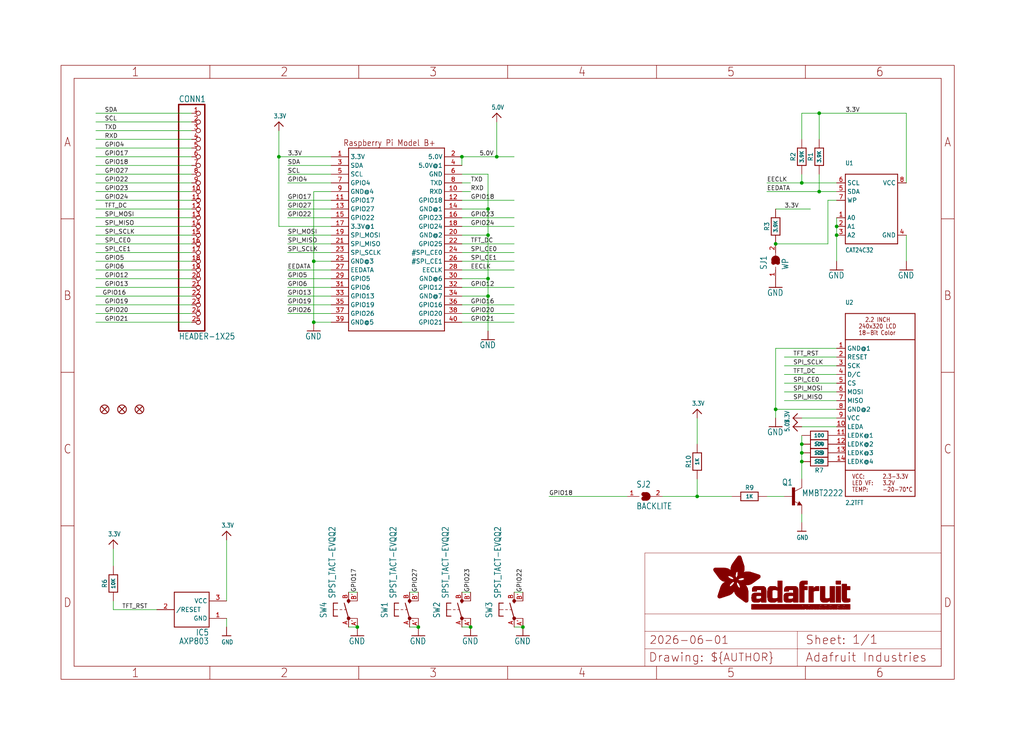
<source format=kicad_sch>
(kicad_sch (version 20230121) (generator eeschema)
  (paper "User" 298.45 217.322)
  (lib_symbols
    (symbol "working-eagle-import:-NPN-SOT23-BEC"
      (property "Reference" "T" (at -10.16 7.62 0))
      (symbol "-NPN-SOT23-BEC_1_0"
        (pin passive line (at -2.54 0 0) (length 2.54) (name "B") (number "B"))
        (pin passive line (at 2.54 5.08 270) (length 2.54) (name "C") (number "C"))
        (pin passive line (at 2.54 -5.08 90) (length 2.54) (name "E") (number "E"))
      )
    )
    (symbol "working-eagle-import:3.3V" (power)
      (property "Value" "3.3V" (at -1.524 1.016 0))
      (symbol "3.3V_1_0"
        (pin power_in line (at 0 -2.54 90) (length 2.54) (name "3.3V") (number "1"))
      )
    )
    (symbol "working-eagle-import:5.0V" (power)
      (property "Value" "5.0V" (at -1.524 1.016 0))
      (symbol "5.0V_1_0"
        (pin power_in line (at 0 -2.54 90) (length 2.54) (name "5.0V") (number "1"))
      )
    )
    (symbol "working-eagle-import:AXP083-SAG"
      (property "Reference" "IC" (at -5.08 -7.62 0))
      (symbol "AXP083-SAG_1_0"
        (pin power_in line (at -10.16 -2.54 0) (length 5.08) (name "GND") (number "1"))
        (pin output line (at 10.16 0 180) (length 5.08) (name "/RESET") (number "2"))
        (pin power_in line (at -10.16 2.54 0) (length 5.08) (name "VCC") (number "3"))
      )
    )
    (symbol "working-eagle-import:DISP_LCD_TM022HDH26"
      (property "Reference" "U" (at -10.16 30.48 0))
      (symbol "DISP_LCD_TM022HDH26_1_0"
        (text "-20-70°C" (at 0.635 -24.13 0) (effects (font (size 1.27 1.0795)) (justify left bottom)))
        (text "18-Bit Color" (at -6.35 21.59 0) (effects (font (size 1.27 1.0795)) (justify left bottom)))
        (text "2.2 INCH" (at -4.445 25.4 0) (effects (font (size 1.27 1.0795)) (justify left bottom)))
        (text "2.3-3.3V" (at 0.635 -20.32 0) (effects (font (size 1.27 1.0795)) (justify left bottom)))
        (text "240x320 LCD" (at -6.35 23.495 0) (effects (font (size 1.27 1.0795)) (justify left bottom)))
        (text "3.2V" (at 0.635 -22.225 0) (effects (font (size 1.27 1.0795)) (justify left bottom)))
        (text "LED VF:" (at -8.255 -22.225 0) (effects (font (size 1.27 1.0795)) (justify left bottom)))
        (text "TEMP:" (at -8.255 -24.13 0) (effects (font (size 1.27 1.0795)) (justify left bottom)))
        (text "VCC:" (at -8.255 -20.32 0) (effects (font (size 1.27 1.0795)) (justify left bottom)))
        (pin power_in line (at -12.7 17.78 0) (length 2.54) (name "GND@1") (number "1"))
        (pin power_in line (at -12.7 -5.08 0) (length 2.54) (name "LEDA") (number "10"))
        (pin power_in line (at -12.7 -7.62 0) (length 2.54) (name "LEDK@1") (number "11"))
        (pin power_in line (at -12.7 -10.16 0) (length 2.54) (name "LEDK@2") (number "12"))
        (pin power_in line (at -12.7 -12.7 0) (length 2.54) (name "LEDK@3") (number "13"))
        (pin power_in line (at -12.7 -15.24 0) (length 2.54) (name "LEDK@4") (number "14"))
        (pin input line (at -12.7 15.24 0) (length 2.54) (name "RESET") (number "2"))
        (pin input line (at -12.7 12.7 0) (length 2.54) (name "SCK") (number "3"))
        (pin input line (at -12.7 10.16 0) (length 2.54) (name "D/C") (number "4"))
        (pin input line (at -12.7 7.62 0) (length 2.54) (name "CS") (number "5"))
        (pin input line (at -12.7 5.08 0) (length 2.54) (name "MOSI") (number "6"))
        (pin output line (at -12.7 2.54 0) (length 2.54) (name "MISO") (number "7"))
        (pin power_in line (at -12.7 0 0) (length 2.54) (name "GND@2") (number "8"))
        (pin power_in line (at -12.7 -2.54 0) (length 2.54) (name "VCC") (number "9"))
      )
    )
    (symbol "working-eagle-import:EEPROM_I2C_SOIC8_GENERIC"
      (property "Reference" "U" (at -7.62 12.7 0))
      (symbol "EEPROM_I2C_SOIC8_GENERIC_1_0"
        (pin input line (at -10.16 -2.54 0) (length 2.54) (name "A0") (number "1"))
        (pin input line (at -10.16 -5.08 0) (length 2.54) (name "A1") (number "2"))
        (pin input line (at -10.16 -7.62 0) (length 2.54) (name "A2") (number "3"))
        (pin power_in line (at 10.16 -7.62 180) (length 2.54) (name "GND") (number "4"))
        (pin bidirectional line (at -10.16 5.08 0) (length 2.54) (name "SDA") (number "5"))
        (pin input line (at -10.16 7.62 0) (length 2.54) (name "SCL") (number "6"))
        (pin input line (at -10.16 2.54 0) (length 2.54) (name "WP") (number "7"))
        (pin power_in line (at 10.16 7.62 180) (length 2.54) (name "VCC") (number "8"))
      )
    )
    (symbol "working-eagle-import:FIDUCIAL{dblquote}{dblquote}")
    (symbol "working-eagle-import:FRAME_A4_ADAFRUIT"
      (symbol "FRAME_A4_ADAFRUIT_1_0"
        (text "${#}/${##}" (at 230.505 10.16 0) (effects (font (size 2.54 2.54)) (justify left bottom)))
        (text "${AUTHOR}" (at 189.23 5.08 0) (effects (font (size 2.286 2.286)) (justify left bottom)))
        (text "${CURRENT_DATE}" (at 171.45 10.16 0) (effects (font (size 2.286 2.286)) (justify left bottom)))
        (text "${PROJECTNAME}" (at 171.45 15.24 0) (effects (font (size 2.54 2.54)) (justify left bottom)))
        (text "1" (at 21.6958 1.905 0) (effects (font (size 2.54 2.286))))
        (text "1" (at 21.6958 177.165 0) (effects (font (size 2.54 2.286))))
        (text "2" (at 65.0875 1.905 0) (effects (font (size 2.54 2.286))))
        (text "2" (at 65.0875 177.165 0) (effects (font (size 2.54 2.286))))
        (text "3" (at 108.4792 1.905 0) (effects (font (size 2.54 2.286))))
        (text "3" (at 108.4792 177.165 0) (effects (font (size 2.54 2.286))))
        (text "4" (at 151.8708 1.905 0) (effects (font (size 2.54 2.286))))
        (text "4" (at 151.8708 177.165 0) (effects (font (size 2.54 2.286))))
        (text "5" (at 195.2625 1.905 0) (effects (font (size 2.54 2.286))))
        (text "5" (at 195.2625 177.165 0) (effects (font (size 2.54 2.286))))
        (text "6" (at 238.6542 1.905 0) (effects (font (size 2.54 2.286))))
        (text "6" (at 238.6542 177.165 0) (effects (font (size 2.54 2.286))))
        (text "A" (at 1.905 156.6863 0) (effects (font (size 2.54 2.286))))
        (text "A" (at 258.445 156.6863 0) (effects (font (size 2.54 2.286))))
        (text "Adafruit Industries" (at 216.916 4.953 0) (effects (font (size 2.54 2.54)) (justify left bottom)))
        (text "B" (at 1.905 111.9188 0) (effects (font (size 2.54 2.286))))
        (text "B" (at 258.445 111.9188 0) (effects (font (size 2.54 2.286))))
        (text "C" (at 1.905 67.1513 0) (effects (font (size 2.54 2.286))))
        (text "C" (at 258.445 67.1513 0) (effects (font (size 2.54 2.286))))
        (text "D" (at 1.905 22.3838 0) (effects (font (size 2.54 2.286))))
        (text "D" (at 258.445 22.3838 0) (effects (font (size 2.54 2.286))))
        (text "Drawing:" (at 171.196 4.953 0) (effects (font (size 2.54 2.54)) (justify left bottom)))
        (text "Sheet:" (at 216.916 10.033 0) (effects (font (size 2.54 2.54)) (justify left bottom)))
      )
    )
    (symbol "working-eagle-import:GND" (power)
      (property "Value" "GND" (at -1.524 -2.54 0))
      (symbol "GND_1_0"
        (pin power_in line (at 0 2.54 270) (length 2.54) (name "GND") (number "1"))
      )
    )
    (symbol "working-eagle-import:HEADER-1X25"
      (property "Reference" "CONN" (at -3.81 33.655 0))
      (symbol "HEADER-1X25_1_0"
        (pin passive inverted (at 0 30.48 0) (length 2.54) (name "1") (number "1"))
        (pin passive inverted (at 0 7.62 0) (length 2.54) (name "10") (number "10"))
        (pin passive inverted (at 0 5.08 0) (length 2.54) (name "11") (number "11"))
        (pin passive inverted (at 0 2.54 0) (length 2.54) (name "12") (number "12"))
        (pin passive inverted (at 0 0 0) (length 2.54) (name "13") (number "13"))
        (pin passive inverted (at 0 -2.54 0) (length 2.54) (name "14") (number "14"))
        (pin passive inverted (at 0 -5.08 0) (length 2.54) (name "15") (number "15"))
        (pin passive inverted (at 0 -7.62 0) (length 2.54) (name "16") (number "16"))
        (pin passive inverted (at 0 -10.16 0) (length 2.54) (name "17") (number "17"))
        (pin passive inverted (at 0 -12.7 0) (length 2.54) (name "18") (number "18"))
        (pin passive inverted (at 0 -15.24 0) (length 2.54) (name "19") (number "19"))
        (pin passive inverted (at 0 27.94 0) (length 2.54) (name "2") (number "2"))
        (pin passive inverted (at 0 -17.78 0) (length 2.54) (name "20") (number "20"))
        (pin passive inverted (at 0 -20.32 0) (length 2.54) (name "21") (number "21"))
        (pin passive inverted (at 0 -22.86 0) (length 2.54) (name "22") (number "22"))
        (pin passive inverted (at 0 -25.4 0) (length 2.54) (name "23") (number "23"))
        (pin passive inverted (at 0 -27.94 0) (length 2.54) (name "24") (number "24"))
        (pin passive inverted (at 0 -30.48 0) (length 2.54) (name "25") (number "25"))
        (pin passive inverted (at 0 25.4 0) (length 2.54) (name "3") (number "3"))
        (pin passive inverted (at 0 22.86 0) (length 2.54) (name "4") (number "4"))
        (pin passive inverted (at 0 20.32 0) (length 2.54) (name "5") (number "5"))
        (pin passive inverted (at 0 17.78 0) (length 2.54) (name "6") (number "6"))
        (pin passive inverted (at 0 15.24 0) (length 2.54) (name "7") (number "7"))
        (pin passive inverted (at 0 12.7 0) (length 2.54) (name "8") (number "8"))
        (pin passive inverted (at 0 10.16 0) (length 2.54) (name "9") (number "9"))
      )
    )
    (symbol "working-eagle-import:RASPBERRYPI_BPLUS_HATNOSLOTS"
      (symbol "RASPBERRYPI_BPLUS_HATNOSLOTS_1_0"
        (text "Raspberry Pi Model B+" (at 12.7 25.4 0) (effects (font (size 1.778 1.5113)) (justify right top)))
        (pin power_in line (at -17.78 20.32 0) (length 5.08) (name "3.3V") (number "1"))
        (pin bidirectional line (at 20.32 10.16 180) (length 5.08) (name "RXD") (number "10"))
        (pin bidirectional line (at -17.78 7.62 0) (length 5.08) (name "GPIO17") (number "11"))
        (pin bidirectional line (at 20.32 7.62 180) (length 5.08) (name "GPIO18") (number "12"))
        (pin bidirectional line (at -17.78 5.08 0) (length 5.08) (name "GPIO27") (number "13"))
        (pin power_in line (at 20.32 5.08 180) (length 5.08) (name "GND@1") (number "14"))
        (pin bidirectional line (at -17.78 2.54 0) (length 5.08) (name "GPIO22") (number "15"))
        (pin bidirectional line (at 20.32 2.54 180) (length 5.08) (name "GPIO23") (number "16"))
        (pin power_in line (at -17.78 0 0) (length 5.08) (name "3.3V@1") (number "17"))
        (pin bidirectional line (at 20.32 0 180) (length 5.08) (name "GPIO24") (number "18"))
        (pin bidirectional line (at -17.78 -2.54 0) (length 5.08) (name "SPI_MOSI") (number "19"))
        (pin power_in line (at 20.32 20.32 180) (length 5.08) (name "5.0V") (number "2"))
        (pin power_in line (at 20.32 -2.54 180) (length 5.08) (name "GND@2") (number "20"))
        (pin bidirectional line (at -17.78 -5.08 0) (length 5.08) (name "SPI_MISO") (number "21"))
        (pin bidirectional line (at 20.32 -5.08 180) (length 5.08) (name "GPIO25") (number "22"))
        (pin bidirectional line (at -17.78 -7.62 0) (length 5.08) (name "SPI_SCLK") (number "23"))
        (pin bidirectional line (at 20.32 -7.62 180) (length 5.08) (name "#SPI_CE0") (number "24"))
        (pin power_in line (at -17.78 -10.16 0) (length 5.08) (name "GND@3") (number "25"))
        (pin bidirectional line (at 20.32 -10.16 180) (length 5.08) (name "#SPI_CE1") (number "26"))
        (pin bidirectional line (at -17.78 -12.7 0) (length 5.08) (name "EEDATA") (number "27"))
        (pin power_in line (at 20.32 -12.7 180) (length 5.08) (name "EECLK") (number "28"))
        (pin bidirectional line (at -17.78 -15.24 0) (length 5.08) (name "GPIO5") (number "29"))
        (pin bidirectional line (at -17.78 17.78 0) (length 5.08) (name "SDA") (number "3"))
        (pin bidirectional line (at 20.32 -15.24 180) (length 5.08) (name "GND@6") (number "30"))
        (pin power_in line (at -17.78 -17.78 0) (length 5.08) (name "GPIO6") (number "31"))
        (pin bidirectional line (at 20.32 -17.78 180) (length 5.08) (name "GPIO12") (number "32"))
        (pin bidirectional line (at -17.78 -20.32 0) (length 5.08) (name "GPIO13") (number "33"))
        (pin bidirectional line (at 20.32 -20.32 180) (length 5.08) (name "GND@7") (number "34"))
        (pin bidirectional line (at -17.78 -22.86 0) (length 5.08) (name "GPIO19") (number "35"))
        (pin power_in line (at 20.32 -22.86 180) (length 5.08) (name "GPIO16") (number "36"))
        (pin bidirectional line (at -17.78 -25.4 0) (length 5.08) (name "GPIO26") (number "37"))
        (pin bidirectional line (at 20.32 -25.4 180) (length 5.08) (name "GPIO20") (number "38"))
        (pin power_in line (at -17.78 -27.94 0) (length 5.08) (name "GND@5") (number "39"))
        (pin power_in line (at 20.32 17.78 180) (length 5.08) (name "5.0V@1") (number "4"))
        (pin bidirectional line (at 20.32 -27.94 180) (length 5.08) (name "GPIO21") (number "40"))
        (pin bidirectional line (at -17.78 15.24 0) (length 5.08) (name "SCL") (number "5"))
        (pin power_in line (at 20.32 15.24 180) (length 5.08) (name "GND") (number "6"))
        (pin bidirectional line (at -17.78 12.7 0) (length 5.08) (name "GPIO4") (number "7"))
        (pin output line (at 20.32 12.7 180) (length 5.08) (name "TXD") (number "8"))
        (pin power_in line (at -17.78 10.16 0) (length 5.08) (name "GND@4") (number "9"))
      )
    )
    (symbol "working-eagle-import:RESISTOR0805_NOOUTLINE"
      (property "Reference" "R" (at 0 2.54 0))
      (symbol "RESISTOR0805_NOOUTLINE_1_0"
        (pin passive line (at -5.08 0 0) (length 2.54) (name "1") (number "1"))
        (pin passive line (at 5.08 0 180) (length 2.54) (name "2") (number "2"))
      )
    )
    (symbol "working-eagle-import:SOLDERJUMPERCLOSED"
      (property "Reference" "SJ" (at -2.54 2.54 0))
      (symbol "SOLDERJUMPERCLOSED_1_0"
        (pin passive line (at -5.08 0 0) (length 2.54) (name "1") (number "1"))
        (pin passive line (at 5.08 0 180) (length 2.54) (name "2") (number "2"))
      )
    )
    (symbol "working-eagle-import:SOLDERJUMPER_CLOSED"
      (property "Reference" "SJ" (at -2.54 2.54 0))
      (symbol "SOLDERJUMPER_CLOSED_1_0"
        (pin passive line (at -5.08 0 0) (length 2.54) (name "1") (number "1"))
        (pin passive line (at 5.08 0 180) (length 2.54) (name "2") (number "2"))
      )
    )
    (symbol "working-eagle-import:SPST_TACT-EVQQ2"
      (property "Reference" "SW" (at -6.35 -2.54 90))
      (symbol "SPST_TACT-EVQQ2_1_0"
        (pin passive line (at 0 -5.08 90) (length 2.54) (name "P") (number "A"))
        (pin passive line (at 2.54 -5.08 90) (length 2.54) (name "P1") (number "A'"))
        (pin passive line (at 0 5.08 270) (length 2.54) (name "S") (number "B"))
        (pin passive line (at 2.54 5.08 270) (length 2.54) (name "S1") (number "B'"))
      )
    )
    (symbol "working-eagle-import:supply1_GND" (power)
      (property "Value" "supply1_GND" (at -2.54 -2.54 0))
      (symbol "supply1_GND_1_0"
        (pin power_in line (at 0 2.54 270) (length 2.54) (name "GND") (number "1"))
      )
    )
  )
  (junction (at 142.24 86.36))
  (junction (at 121.92 182.88))
  (junction (at 142.24 68.58))
  (junction (at 81.28 45.72))
  (junction (at 144.78 45.72))
  (junction (at 104.14 182.88))
  (junction (at 152.4 182.88))
  (junction (at 203.2 144.78))
  (junction (at 238.76 55.88))
  (junction (at 233.68 132.08))
  (junction (at 233.68 53.34))
  (junction (at 91.44 93.98))
  (junction (at 233.68 129.54))
  (junction (at 142.24 81.28))
  (junction (at 233.68 134.62))
  (junction (at 226.06 71.12))
  (junction (at 243.84 68.58))
  (junction (at 238.76 33.02))
  (junction (at 142.24 60.96))
  (junction (at 134.62 45.72))
  (junction (at 137.16 182.88))
  (junction (at 243.84 66.04))
  (junction (at 91.44 76.2))
  (junction (at 226.06 119.38))
  (wire (pts (xy 27.94 93.98) (xy 55.88 93.98)) (stroke (width 0.1524)))
  (wire (pts (xy 96.52 63.5) (xy 83.82 63.5)) (stroke (width 0.1524)))
  (wire (pts (xy 134.62 73.66) (xy 149.86 73.66)) (stroke (width 0.1524)))
  (wire (pts (xy 91.44 76.2) (xy 91.44 55.88)) (stroke (width 0.1524)))
  (wire (pts (xy 83.82 68.58) (xy 96.52 68.58)) (stroke (width 0.1524)))
  (wire (pts (xy 134.62 83.82) (xy 149.86 83.82)) (stroke (width 0.1524)))
  (wire (pts (xy 243.84 101.6) (xy 226.06 101.6)) (stroke (width 0.1524)))
  (wire (pts (xy 142.24 50.8) (xy 142.24 60.96)) (stroke (width 0.1524)))
  (wire (pts (xy 66.04 175.26) (xy 66.04 157.48)) (stroke (width 0.1524)))
  (wire (pts (xy 228.6 116.84) (xy 243.84 116.84)) (stroke (width 0.1524)))
  (wire (pts (xy 223.52 55.88) (xy 238.76 55.88)) (stroke (width 0.1524)))
  (wire (pts (xy 27.94 63.5) (xy 55.88 63.5)) (stroke (width 0.1524)))
  (wire (pts (xy 233.68 127) (xy 233.68 129.54)) (stroke (width 0.1524)))
  (wire (pts (xy 134.62 60.96) (xy 142.24 60.96)) (stroke (width 0.1524)))
  (wire (pts (xy 134.62 48.26) (xy 134.62 45.72)) (stroke (width 0.1524)))
  (wire (pts (xy 243.84 68.58) (xy 243.84 76.2)) (stroke (width 0.1524)))
  (wire (pts (xy 45.72 177.8) (xy 33.02 177.8)) (stroke (width 0.1524)))
  (wire (pts (xy 134.62 53.34) (xy 137.16 53.34)) (stroke (width 0.1524)))
  (wire (pts (xy 134.62 68.58) (xy 142.24 68.58)) (stroke (width 0.1524)))
  (wire (pts (xy 33.02 165.1) (xy 33.02 160.02)) (stroke (width 0.1524)))
  (wire (pts (xy 137.16 55.88) (xy 134.62 55.88)) (stroke (width 0.1524)))
  (wire (pts (xy 243.84 119.38) (xy 226.06 119.38)) (stroke (width 0.1524)))
  (wire (pts (xy 134.62 71.12) (xy 149.86 71.12)) (stroke (width 0.1524)))
  (wire (pts (xy 83.82 91.44) (xy 96.52 91.44)) (stroke (width 0.1524)))
  (wire (pts (xy 55.88 71.12) (xy 27.94 71.12)) (stroke (width 0.1524)))
  (wire (pts (xy 243.84 111.76) (xy 228.6 111.76)) (stroke (width 0.1524)))
  (wire (pts (xy 228.6 104.14) (xy 243.84 104.14)) (stroke (width 0.1524)))
  (wire (pts (xy 264.16 68.58) (xy 264.16 76.2)) (stroke (width 0.1524)))
  (wire (pts (xy 134.62 88.9) (xy 149.86 88.9)) (stroke (width 0.1524)))
  (wire (pts (xy 55.88 43.18) (xy 27.94 43.18)) (stroke (width 0.1524)))
  (wire (pts (xy 134.62 78.74) (xy 149.86 78.74)) (stroke (width 0.1524)))
  (wire (pts (xy 226.06 101.6) (xy 226.06 119.38)) (stroke (width 0.1524)))
  (wire (pts (xy 55.88 81.28) (xy 27.94 81.28)) (stroke (width 0.1524)))
  (wire (pts (xy 104.14 182.88) (xy 101.6 182.88)) (stroke (width 0.1524)))
  (wire (pts (xy 83.82 73.66) (xy 96.52 73.66)) (stroke (width 0.1524)))
  (wire (pts (xy 134.62 182.88) (xy 137.16 182.88)) (stroke (width 0.1524)))
  (wire (pts (xy 264.16 53.34) (xy 264.16 33.02)) (stroke (width 0.1524)))
  (wire (pts (xy 96.52 53.34) (xy 83.82 53.34)) (stroke (width 0.1524)))
  (wire (pts (xy 134.62 58.42) (xy 149.86 58.42)) (stroke (width 0.1524)))
  (wire (pts (xy 241.3 71.12) (xy 241.3 58.42)) (stroke (width 0.1524)))
  (wire (pts (xy 203.2 144.78) (xy 213.36 144.78)) (stroke (width 0.1524)))
  (wire (pts (xy 233.68 33.02) (xy 233.68 40.64)) (stroke (width 0.1524)))
  (wire (pts (xy 134.62 63.5) (xy 149.86 63.5)) (stroke (width 0.1524)))
  (wire (pts (xy 55.88 60.96) (xy 27.94 60.96)) (stroke (width 0.1524)))
  (wire (pts (xy 27.94 78.74) (xy 55.88 78.74)) (stroke (width 0.1524)))
  (wire (pts (xy 96.52 78.74) (xy 83.82 78.74)) (stroke (width 0.1524)))
  (wire (pts (xy 134.62 86.36) (xy 142.24 86.36)) (stroke (width 0.1524)))
  (wire (pts (xy 142.24 81.28) (xy 142.24 86.36)) (stroke (width 0.1524)))
  (wire (pts (xy 27.94 45.72) (xy 55.88 45.72)) (stroke (width 0.1524)))
  (wire (pts (xy 134.62 50.8) (xy 142.24 50.8)) (stroke (width 0.1524)))
  (wire (pts (xy 81.28 66.04) (xy 81.28 45.72)) (stroke (width 0.1524)))
  (wire (pts (xy 55.88 55.88) (xy 27.94 55.88)) (stroke (width 0.1524)))
  (wire (pts (xy 203.2 139.7) (xy 203.2 144.78)) (stroke (width 0.1524)))
  (wire (pts (xy 27.94 88.9) (xy 55.88 88.9)) (stroke (width 0.1524)))
  (wire (pts (xy 243.84 66.04) (xy 243.84 68.58)) (stroke (width 0.1524)))
  (wire (pts (xy 223.52 144.78) (xy 228.6 144.78)) (stroke (width 0.1524)))
  (wire (pts (xy 152.4 182.88) (xy 149.86 182.88)) (stroke (width 0.1524)))
  (wire (pts (xy 243.84 63.5) (xy 243.84 66.04)) (stroke (width 0.1524)))
  (wire (pts (xy 233.68 129.54) (xy 233.68 132.08)) (stroke (width 0.1524)))
  (wire (pts (xy 238.76 50.8) (xy 238.76 55.88)) (stroke (width 0.1524)))
  (wire (pts (xy 66.04 180.34) (xy 66.04 182.88)) (stroke (width 0.1524)))
  (wire (pts (xy 233.68 134.62) (xy 233.68 139.7)) (stroke (width 0.1524)))
  (wire (pts (xy 134.62 81.28) (xy 142.24 81.28)) (stroke (width 0.1524)))
  (wire (pts (xy 91.44 76.2) (xy 91.44 93.98)) (stroke (width 0.1524)))
  (wire (pts (xy 27.94 73.66) (xy 55.88 73.66)) (stroke (width 0.1524)))
  (wire (pts (xy 33.02 177.8) (xy 33.02 175.26)) (stroke (width 0.1524)))
  (wire (pts (xy 233.68 124.46) (xy 243.84 124.46)) (stroke (width 0.1524)))
  (wire (pts (xy 264.16 33.02) (xy 238.76 33.02)) (stroke (width 0.1524)))
  (wire (pts (xy 55.88 91.44) (xy 27.94 91.44)) (stroke (width 0.1524)))
  (wire (pts (xy 91.44 55.88) (xy 96.52 55.88)) (stroke (width 0.1524)))
  (wire (pts (xy 27.94 40.64) (xy 55.88 40.64)) (stroke (width 0.1524)))
  (wire (pts (xy 193.04 144.78) (xy 203.2 144.78)) (stroke (width 0.1524)))
  (wire (pts (xy 226.06 71.12) (xy 241.3 71.12)) (stroke (width 0.1524)))
  (wire (pts (xy 83.82 88.9) (xy 96.52 88.9)) (stroke (width 0.1524)))
  (wire (pts (xy 134.62 93.98) (xy 149.86 93.98)) (stroke (width 0.1524)))
  (wire (pts (xy 81.28 45.72) (xy 81.28 38.1)) (stroke (width 0.1524)))
  (wire (pts (xy 27.94 35.56) (xy 55.88 35.56)) (stroke (width 0.1524)))
  (wire (pts (xy 96.52 48.26) (xy 83.82 48.26)) (stroke (width 0.1524)))
  (wire (pts (xy 149.86 172.72) (xy 152.4 172.72)) (stroke (width 0.1524)))
  (wire (pts (xy 134.62 76.2) (xy 149.86 76.2)) (stroke (width 0.1524)))
  (wire (pts (xy 134.62 45.72) (xy 144.78 45.72)) (stroke (width 0.1524)))
  (wire (pts (xy 96.52 45.72) (xy 81.28 45.72)) (stroke (width 0.1524)))
  (wire (pts (xy 243.84 106.68) (xy 228.6 106.68)) (stroke (width 0.1524)))
  (wire (pts (xy 233.68 53.34) (xy 223.52 53.34)) (stroke (width 0.1524)))
  (wire (pts (xy 55.88 86.36) (xy 27.94 86.36)) (stroke (width 0.1524)))
  (wire (pts (xy 238.76 40.64) (xy 238.76 33.02)) (stroke (width 0.1524)))
  (wire (pts (xy 134.62 91.44) (xy 149.86 91.44)) (stroke (width 0.1524)))
  (wire (pts (xy 241.3 58.42) (xy 243.84 58.42)) (stroke (width 0.1524)))
  (wire (pts (xy 119.38 172.72) (xy 121.92 172.72)) (stroke (width 0.1524)))
  (wire (pts (xy 134.62 172.72) (xy 137.16 172.72)) (stroke (width 0.1524)))
  (wire (pts (xy 142.24 86.36) (xy 142.24 96.52)) (stroke (width 0.1524)))
  (wire (pts (xy 27.94 58.42) (xy 55.88 58.42)) (stroke (width 0.1524)))
  (wire (pts (xy 243.84 114.3) (xy 228.6 114.3)) (stroke (width 0.1524)))
  (wire (pts (xy 121.92 182.88) (xy 119.38 182.88)) (stroke (width 0.1524)))
  (wire (pts (xy 203.2 121.92) (xy 203.2 129.54)) (stroke (width 0.1524)))
  (wire (pts (xy 101.6 172.72) (xy 104.14 172.72)) (stroke (width 0.1524)))
  (wire (pts (xy 226.06 60.96) (xy 236.22 60.96)) (stroke (width 0.1524)))
  (wire (pts (xy 27.94 83.82) (xy 55.88 83.82)) (stroke (width 0.1524)))
  (wire (pts (xy 91.44 76.2) (xy 96.52 76.2)) (stroke (width 0.1524)))
  (wire (pts (xy 233.68 132.08) (xy 233.68 134.62)) (stroke (width 0.1524)))
  (wire (pts (xy 83.82 60.96) (xy 96.52 60.96)) (stroke (width 0.1524)))
  (wire (pts (xy 233.68 50.8) (xy 233.68 53.34)) (stroke (width 0.1524)))
  (wire (pts (xy 142.24 68.58) (xy 142.24 81.28)) (stroke (width 0.1524)))
  (wire (pts (xy 182.88 144.78) (xy 160.02 144.78)) (stroke (width 0.1524)))
  (wire (pts (xy 226.06 119.38) (xy 226.06 121.92)) (stroke (width 0.1524)))
  (wire (pts (xy 134.62 66.04) (xy 149.86 66.04)) (stroke (width 0.1524)))
  (wire (pts (xy 233.68 121.92) (xy 243.84 121.92)) (stroke (width 0.1524)))
  (wire (pts (xy 96.52 93.98) (xy 91.44 93.98)) (stroke (width 0.1524)))
  (wire (pts (xy 83.82 71.12) (xy 96.52 71.12)) (stroke (width 0.1524)))
  (wire (pts (xy 233.68 149.86) (xy 233.68 152.4)) (stroke (width 0.1524)))
  (wire (pts (xy 55.88 50.8) (xy 27.94 50.8)) (stroke (width 0.1524)))
  (wire (pts (xy 238.76 55.88) (xy 243.84 55.88)) (stroke (width 0.1524)))
  (wire (pts (xy 96.52 58.42) (xy 83.82 58.42)) (stroke (width 0.1524)))
  (wire (pts (xy 27.94 68.58) (xy 55.88 68.58)) (stroke (width 0.1524)))
  (wire (pts (xy 55.88 33.02) (xy 27.94 33.02)) (stroke (width 0.1524)))
  (wire (pts (xy 55.88 66.04) (xy 27.94 66.04)) (stroke (width 0.1524)))
  (wire (pts (xy 83.82 86.36) (xy 96.52 86.36)) (stroke (width 0.1524)))
  (wire (pts (xy 83.82 83.82) (xy 96.52 83.82)) (stroke (width 0.1524)))
  (wire (pts (xy 228.6 109.22) (xy 243.84 109.22)) (stroke (width 0.1524)))
  (wire (pts (xy 55.88 76.2) (xy 27.94 76.2)) (stroke (width 0.1524)))
  (wire (pts (xy 27.94 48.26) (xy 55.88 48.26)) (stroke (width 0.1524)))
  (wire (pts (xy 83.82 50.8) (xy 96.52 50.8)) (stroke (width 0.1524)))
  (wire (pts (xy 81.28 66.04) (xy 96.52 66.04)) (stroke (width 0.1524)))
  (wire (pts (xy 144.78 45.72) (xy 149.86 45.72)) (stroke (width 0.1524)))
  (wire (pts (xy 243.84 53.34) (xy 233.68 53.34)) (stroke (width 0.1524)))
  (wire (pts (xy 144.78 35.56) (xy 144.78 45.72)) (stroke (width 0.1524)))
  (wire (pts (xy 142.24 60.96) (xy 142.24 68.58)) (stroke (width 0.1524)))
  (wire (pts (xy 238.76 33.02) (xy 233.68 33.02)) (stroke (width 0.1524)))
  (wire (pts (xy 27.94 53.34) (xy 55.88 53.34)) (stroke (width 0.1524)))
  (wire (pts (xy 55.88 38.1) (xy 27.94 38.1)) (stroke (width 0.1524)))
  (wire (pts (xy 83.82 81.28) (xy 96.52 81.28)) (stroke (width 0.1524)))
  (label "EEDATA" (at 223.52 55.88 0) (effects (font (size 1.2446 1.2446))))
  (label "GPIO12" (at 30.48 81.28 0) (effects (font (size 1.2446 1.2446))))
  (label "GPIO27" (at 30.48 50.8 0) (effects (font (size 1.2446 1.2446))))
  (label "SDA" (at 30.48 33.02 0) (effects (font (size 1.2446 1.2446))))
  (label "GPIO12" (at 137.16 83.82 0) (effects (font (size 1.2446 1.2446))))
  (label "GPIO4" (at 83.82 53.34 0) (effects (font (size 1.2446 1.2446))))
  (label "EEDATA" (at 83.82 78.74 0) (effects (font (size 1.2446 1.2446))))
  (label "GPIO23" (at 30.48 55.88 0) (effects (font (size 1.2446 1.2446))))
  (label "SPI_CE1" (at 30.48 73.66 0) (effects (font (size 1.2446 1.2446))))
  (label "GPIO17" (at 83.82 58.42 0) (effects (font (size 1.2446 1.2446))))
  (label "SPI_SCLK" (at 83.82 73.66 0) (effects (font (size 1.2446 1.2446))))
  (label "SDA" (at 83.82 48.26 0) (effects (font (size 1.2446 1.2446))))
  (label "SPI_MISO" (at 231.14 116.84 0) (effects (font (size 1.2446 1.2446))))
  (label "SPI_MOSI" (at 83.82 68.58 0) (effects (font (size 1.2446 1.2446))))
  (label "SPI_MISO" (at 83.82 71.12 0) (effects (font (size 1.2446 1.2446))))
  (label "GPIO16" (at 137.16 88.9 0) (effects (font (size 1.2446 1.2446))))
  (label "TFT_DC" (at 30.48 60.96 0) (effects (font (size 1.2446 1.2446))))
  (label "GPIO27" (at 121.92 172.72 90) (effects (font (size 1.2446 1.2446))))
  (label "GPIO5" (at 83.82 81.28 0) (effects (font (size 1.2446 1.2446))))
  (label "GPIO27" (at 83.82 60.96 0) (effects (font (size 1.2446 1.2446))))
  (label "TXD" (at 30.48 38.1 0) (effects (font (size 1.2446 1.2446))))
  (label "TFT_RST" (at 35.56 177.8 0) (effects (font (size 1.2446 1.2446))))
  (label "GPIO21" (at 30.48 93.98 0) (effects (font (size 1.2446 1.2446))))
  (label "GPIO26" (at 83.82 91.44 0) (effects (font (size 1.2446 1.2446))))
  (label "GPIO16" (at 29.845 86.36 0) (effects (font (size 1.2446 1.2446))))
  (label "5.0V" (at 139.7 45.72 0) (effects (font (size 1.2446 1.2446))))
  (label "GPIO20" (at 30.48 91.44 0) (effects (font (size 1.2446 1.2446))))
  (label "GPIO24" (at 137.16 66.04 0) (effects (font (size 1.2446 1.2446))))
  (label "SPI_SCLK" (at 30.48 68.58 0) (effects (font (size 1.2446 1.2446))))
  (label "GPIO17" (at 30.48 45.72 0) (effects (font (size 1.2446 1.2446))))
  (label "SPI_CE0" (at 137.16 73.66 0) (effects (font (size 1.2446 1.2446))))
  (label "SCL" (at 83.82 50.8 0) (effects (font (size 1.2446 1.2446))))
  (label "GPIO20" (at 137.16 91.44 0) (effects (font (size 1.2446 1.2446))))
  (label "SCL" (at 30.48 35.56 0) (effects (font (size 1.2446 1.2446))))
  (label "3.3V" (at 83.82 45.72 0) (effects (font (size 1.2446 1.2446))))
  (label "GPIO6" (at 30.48 78.74 0) (effects (font (size 1.2446 1.2446))))
  (label "EECLK" (at 223.52 53.34 0) (effects (font (size 1.2446 1.2446))))
  (label "GPIO23" (at 137.16 172.72 90) (effects (font (size 1.2446 1.2446))))
  (label "GPIO19" (at 30.48 88.9 0) (effects (font (size 1.2446 1.2446))))
  (label "GPIO13" (at 83.82 86.36 0) (effects (font (size 1.2446 1.2446))))
  (label "GPIO5" (at 30.48 76.2 0) (effects (font (size 1.2446 1.2446))))
  (label "SPI_CE0" (at 30.48 71.12 0) (effects (font (size 1.2446 1.2446))))
  (label "GPIO17" (at 104.14 172.72 90) (effects (font (size 1.2446 1.2446))))
  (label "3.3V" (at 228.6 60.96 0) (effects (font (size 1.2446 1.2446))))
  (label "GPIO13" (at 30.48 83.82 0) (effects (font (size 1.2446 1.2446))))
  (label "GPIO18" (at 30.48 48.26 0) (effects (font (size 1.2446 1.2446))))
  (label "GPIO23" (at 137.16 63.5 0) (effects (font (size 1.2446 1.2446))))
  (label "GPIO4" (at 30.48 43.18 0) (effects (font (size 1.2446 1.2446))))
  (label "EECLK" (at 137.16 78.74 0) (effects (font (size 1.2446 1.2446))))
  (label "SPI_MOSI" (at 30.48 63.5 0) (effects (font (size 1.2446 1.2446))))
  (label "SPI_SCLK" (at 231.14 106.68 0) (effects (font (size 1.2446 1.2446))))
  (label "GPIO22" (at 83.82 63.5 0) (effects (font (size 1.2446 1.2446))))
  (label "SPI_CE0" (at 231.14 111.76 0) (effects (font (size 1.2446 1.2446))))
  (label "GPIO21" (at 137.16 93.98 0) (effects (font (size 1.2446 1.2446))))
  (label "RXD" (at 30.48 40.64 0) (effects (font (size 1.2446 1.2446))))
  (label "GPIO22" (at 152.4 172.72 90) (effects (font (size 1.2446 1.2446))))
  (label "SPI_CE1" (at 137.16 76.2 0) (effects (font (size 1.2446 1.2446))))
  (label "GPIO18" (at 137.16 58.42 0) (effects (font (size 1.2446 1.2446))))
  (label "GPIO22" (at 30.48 53.34 0) (effects (font (size 1.2446 1.2446))))
  (label "RXD" (at 137.16 55.88 0) (effects (font (size 1.2446 1.2446))))
  (label "GPIO6" (at 83.82 83.82 0) (effects (font (size 1.2446 1.2446))))
  (label "SPI_MOSI" (at 231.14 114.3 0) (effects (font (size 1.2446 1.2446))))
  (label "TFT_DC" (at 231.14 109.22 0) (effects (font (size 1.2446 1.2446))))
  (label "TFT_RST" (at 231.14 104.14 0) (effects (font (size 1.2446 1.2446))))
  (label "3.3V" (at 246.38 33.02 0) (effects (font (size 1.2446 1.2446))))
  (label "GPIO18" (at 160.02 144.78 0) (effects (font (size 1.2446 1.2446))))
  (label "GPIO24" (at 30.48 58.42 0) (effects (font (size 1.2446 1.2446))))
  (label "TXD" (at 137.16 53.34 0) (effects (font (size 1.2446 1.2446))))
  (label "SPI_MISO" (at 30.48 66.04 0) (effects (font (size 1.2446 1.2446))))
  (label "GPIO19" (at 83.82 88.9 0) (effects (font (size 1.2446 1.2446))))
  (label "TFT_DC" (at 137.16 71.12 0) (effects (font (size 1.2446 1.2446))))
  (symbol (lib_id "working-eagle-import:supply1_GND") (at 264.16 78.74 0) (unit 1)
    (property "Reference" "#GND4" (effects hide))
    (property "Value" "GND" (at 261.62 81.28 0) (effects (font (size 1.778 1.5113)) (justify left bottom)))
  )
  (symbol (lib_id "working-eagle-import:RESISTOR0805_NOOUTLINE") (at 238.76 132.08 180) (unit 1)
    (property "Reference" "R8" (at 238.76 134.62 0))
    (property "Value" "100" (at 238.76 132.08 0) (effects (font (size 1.016 1.016) bold)))
    (property "Footprint" "working:0805-NO" (effects hide))
  )
  (symbol (lib_id "working-eagle-import:RASPBERRYPI_BPLUS_HATNOSLOTS") (at 114.3 66.04 0) (unit 1)
    (property "Reference" "RPI1" (effects hide))
    (property "Value" "RASPBERRYPI_BPLUS_HATNOSLOTS" (effects hide))
    (property "Footprint" "working:PI_HAT_NOSLOTS" (effects hide))
  )
  (symbol (lib_id "working-eagle-import:HEADER-1X25") (at 55.88 63.5 0) (unit 1)
    (property "Reference" "CONN1" (at 52.07 29.845 0) (effects (font (size 1.778 1.5113)) (justify left bottom)))
    (property "Value" "HEADER-1X25" (at 52.07 99.06 0) (effects (font (size 1.778 1.5113)) (justify left bottom)))
    (property "Footprint" "working:1X25_ROUND_70MIL" (effects hide))
  )
  (symbol (lib_id "working-eagle-import:RESISTOR0805_NOOUTLINE") (at 238.76 45.72 90) (unit 1)
    (property "Reference" "R1" (at 236.22 45.72 0))
    (property "Value" "3.9K" (at 238.76 45.72 0) (effects (font (size 1.016 1.016) bold)))
    (property "Footprint" "working:0805-NO" (effects hide))
  )
  (symbol (lib_id "working-eagle-import:5.0V") (at 144.78 33.02 0) (unit 1)
    (property "Reference" "#U$8" (effects hide))
    (property "Value" "5.0V" (at 143.256 32.004 0) (effects (font (size 1.27 1.0795)) (justify left bottom)))
  )
  (symbol (lib_id "working-eagle-import:GND") (at 233.68 154.94 0) (unit 1)
    (property "Reference" "#U$10" (effects hide))
    (property "Value" "GND" (at 232.156 157.48 0) (effects (font (size 1.27 1.0795)) (justify left bottom)))
  )
  (symbol (lib_id "working-eagle-import:RESISTOR0805_NOOUTLINE") (at 238.76 127 180) (unit 1)
    (property "Reference" "R4" (at 238.76 129.54 0))
    (property "Value" "100" (at 238.76 127 0) (effects (font (size 1.016 1.016) bold)))
    (property "Footprint" "working:0805-NO" (effects hide))
  )
  (symbol (lib_id "working-eagle-import:SPST_TACT-EVQQ2") (at 149.86 177.8 0) (unit 1)
    (property "Reference" "SW3" (at 143.51 180.34 90) (effects (font (size 1.778 1.5113)) (justify left bottom)))
    (property "Value" "SPST_TACT-EVQQ2" (at 146.05 174.625 90) (effects (font (size 1.778 1.5113)) (justify left bottom)))
    (property "Footprint" "working:EVQ-Q2" (effects hide))
  )
  (symbol (lib_id "working-eagle-import:RESISTOR0805_NOOUTLINE") (at 233.68 45.72 90) (unit 1)
    (property "Reference" "R2" (at 231.14 45.72 0))
    (property "Value" "3.9K" (at 233.68 45.72 0) (effects (font (size 1.016 1.016) bold)))
    (property "Footprint" "working:0805-NO" (effects hide))
  )
  (symbol (lib_id "working-eagle-import:3.3V") (at 33.02 157.48 0) (unit 1)
    (property "Reference" "#U$6" (effects hide))
    (property "Value" "3.3V" (at 31.496 156.464 0) (effects (font (size 1.27 1.0795)) (justify left bottom)))
  )
  (symbol (lib_id "working-eagle-import:5.0V") (at 231.14 124.46 90) (unit 1)
    (property "Reference" "#U$9" (effects hide))
    (property "Value" "5.0V" (at 230.124 125.984 0) (effects (font (size 1.27 1.0795)) (justify left bottom)))
  )
  (symbol (lib_id "working-eagle-import:FIDUCIAL{dblquote}{dblquote}") (at 30.48 119.38 0) (unit 1)
    (property "Reference" "FID1" (effects hide))
    (property "Value" "FIDUCIAL{dblquote}{dblquote}" (effects hide))
    (property "Footprint" "working:FIDUCIAL_1MM" (effects hide))
  )
  (symbol (lib_id "working-eagle-import:AXP083-SAG") (at 55.88 177.8 0) (mirror y) (unit 1)
    (property "Reference" "IC5" (at 60.96 185.42 0) (effects (font (size 1.778 1.5113)) (justify left bottom)))
    (property "Value" "AXP803" (at 60.96 187.96 0) (effects (font (size 1.778 1.5113)) (justify left bottom)))
    (property "Footprint" "working:SOT23" (effects hide))
  )
  (symbol (lib_id "working-eagle-import:FIDUCIAL{dblquote}{dblquote}") (at 40.64 119.38 0) (unit 1)
    (property "Reference" "FID3" (effects hide))
    (property "Value" "FIDUCIAL{dblquote}{dblquote}" (effects hide))
    (property "Footprint" "working:FIDUCIAL_1MM" (effects hide))
  )
  (symbol (lib_id "working-eagle-import:supply1_GND") (at 137.16 185.42 0) (unit 1)
    (property "Reference" "#GND8" (effects hide))
    (property "Value" "GND" (at 134.62 187.96 0) (effects (font (size 1.778 1.5113)) (justify left bottom)))
  )
  (symbol (lib_id "working-eagle-import:RESISTOR0805_NOOUTLINE") (at 218.44 144.78 0) (unit 1)
    (property "Reference" "R9" (at 218.44 142.24 0))
    (property "Value" "1K" (at 218.44 144.78 0) (effects (font (size 1.016 1.016) bold)))
    (property "Footprint" "working:0805-NO" (effects hide))
  )
  (symbol (lib_id "working-eagle-import:supply1_GND") (at 121.92 185.42 0) (unit 1)
    (property "Reference" "#GND7" (effects hide))
    (property "Value" "GND" (at 119.38 187.96 0) (effects (font (size 1.778 1.5113)) (justify left bottom)))
  )
  (symbol (lib_id "working-eagle-import:SPST_TACT-EVQQ2") (at 134.62 177.8 0) (unit 1)
    (property "Reference" "SW2" (at 128.27 180.34 90) (effects (font (size 1.778 1.5113)) (justify left bottom)))
    (property "Value" "SPST_TACT-EVQQ2" (at 130.81 174.625 90) (effects (font (size 1.778 1.5113)) (justify left bottom)))
    (property "Footprint" "working:EVQ-Q2" (effects hide))
  )
  (symbol (lib_id "working-eagle-import:supply1_GND") (at 243.84 78.74 0) (unit 1)
    (property "Reference" "#GND3" (effects hide))
    (property "Value" "GND" (at 241.3 81.28 0) (effects (font (size 1.778 1.5113)) (justify left bottom)))
  )
  (symbol (lib_id "working-eagle-import:SPST_TACT-EVQQ2") (at 101.6 177.8 0) (unit 1)
    (property "Reference" "SW4" (at 95.25 180.34 90) (effects (font (size 1.778 1.5113)) (justify left bottom)))
    (property "Value" "SPST_TACT-EVQQ2" (at 97.79 174.625 90) (effects (font (size 1.778 1.5113)) (justify left bottom)))
    (property "Footprint" "working:EVQ-Q2" (effects hide))
  )
  (symbol (lib_id "working-eagle-import:RESISTOR0805_NOOUTLINE") (at 33.02 170.18 90) (unit 1)
    (property "Reference" "R6" (at 30.48 170.18 0))
    (property "Value" "10K" (at 33.02 170.18 0) (effects (font (size 1.016 1.016) bold)))
    (property "Footprint" "working:0805-NO" (effects hide))
  )
  (symbol (lib_id "working-eagle-import:3.3V") (at 231.14 121.92 90) (unit 1)
    (property "Reference" "#U$5" (effects hide))
    (property "Value" "3.3V" (at 230.124 123.444 0) (effects (font (size 1.27 1.0795)) (justify left bottom)))
  )
  (symbol (lib_id "working-eagle-import:RESISTOR0805_NOOUTLINE") (at 203.2 134.62 90) (unit 1)
    (property "Reference" "R10" (at 200.66 134.62 0))
    (property "Value" "1K" (at 203.2 134.62 0) (effects (font (size 1.016 1.016) bold)))
    (property "Footprint" "working:0805-NO" (effects hide))
  )
  (symbol (lib_id "working-eagle-import:supply1_GND") (at 152.4 185.42 0) (unit 1)
    (property "Reference" "#GND9" (effects hide))
    (property "Value" "GND" (at 149.86 187.96 0) (effects (font (size 1.778 1.5113)) (justify left bottom)))
  )
  (symbol (lib_id "working-eagle-import:supply1_GND") (at 104.14 185.42 0) (unit 1)
    (property "Reference" "#GND10" (effects hide))
    (property "Value" "GND" (at 101.6 187.96 0) (effects (font (size 1.778 1.5113)) (justify left bottom)))
  )
  (symbol (lib_id "working-eagle-import:FRAME_A4_ADAFRUIT") (at 17.78 198.12 0) (unit 1)
    (property "Reference" "#U$13" (effects hide))
    (property "Value" "FRAME_A4_ADAFRUIT" (effects hide))
  )
  (symbol (lib_id "working-eagle-import:supply1_GND") (at 226.06 124.46 0) (unit 1)
    (property "Reference" "#GND6" (effects hide))
    (property "Value" "GND" (at 223.52 127 0) (effects (font (size 1.778 1.5113)) (justify left bottom)))
  )
  (symbol (lib_id "working-eagle-import:SOLDERJUMPERCLOSED") (at 187.96 144.78 0) (unit 1)
    (property "Reference" "SJ2" (at 185.42 142.24 0) (effects (font (size 1.778 1.5113)) (justify left bottom)))
    (property "Value" "BACKLITE" (at 185.42 148.59 0) (effects (font (size 1.778 1.5113)) (justify left bottom)))
    (property "Footprint" "working:SOLDERJUMPER_CLOSEDWIRE" (effects hide))
  )
  (symbol (lib_id "working-eagle-import:RESISTOR0805_NOOUTLINE") (at 226.06 66.04 90) (unit 1)
    (property "Reference" "R3" (at 223.52 66.04 0))
    (property "Value" "3.9K" (at 226.06 66.04 0) (effects (font (size 1.016 1.016) bold)))
    (property "Footprint" "working:0805-NO" (effects hide))
  )
  (symbol (lib_id "working-eagle-import:3.3V") (at 203.2 119.38 0) (unit 1)
    (property "Reference" "#U$11" (effects hide))
    (property "Value" "3.3V" (at 201.676 118.364 0) (effects (font (size 1.27 1.0795)) (justify left bottom)))
  )
  (symbol (lib_id "working-eagle-import:RESISTOR0805_NOOUTLINE") (at 238.76 129.54 180) (unit 1)
    (property "Reference" "R5" (at 238.76 132.08 0))
    (property "Value" "100" (at 238.76 129.54 0) (effects (font (size 1.016 1.016) bold)))
    (property "Footprint" "working:0805-NO" (effects hide))
  )
  (symbol (lib_id "working-eagle-import:supply1_GND") (at 91.44 96.52 0) (unit 1)
    (property "Reference" "#GND1" (effects hide))
    (property "Value" "GND" (at 88.9 99.06 0) (effects (font (size 1.778 1.5113)) (justify left bottom)))
  )
  (symbol (lib_id "working-eagle-import:EEPROM_I2C_SOIC8_GENERIC") (at 254 60.96 0) (unit 1)
    (property "Reference" "U1" (at 246.38 48.26 0) (effects (font (size 1.27 1.0795)) (justify left bottom)))
    (property "Value" "CAT24C32" (at 246.38 73.66 0) (effects (font (size 1.27 1.0795)) (justify left bottom)))
    (property "Footprint" "working:SOIC8_150MIL" (effects hide))
  )
  (symbol (lib_id "working-eagle-import:GND") (at 66.04 185.42 0) (unit 1)
    (property "Reference" "#U$14" (effects hide))
    (property "Value" "GND" (at 64.516 187.96 0) (effects (font (size 1.27 1.0795)) (justify left bottom)))
  )
  (symbol (lib_id "working-eagle-import:3.3V") (at 81.28 35.56 0) (unit 1)
    (property "Reference" "#U$2" (effects hide))
    (property "Value" "3.3V" (at 79.756 34.544 0) (effects (font (size 1.27 1.0795)) (justify left bottom)))
  )
  (symbol (lib_id "working-eagle-import:supply1_GND") (at 142.24 99.06 0) (unit 1)
    (property "Reference" "#GND2" (effects hide))
    (property "Value" "GND" (at 139.7 101.6 0) (effects (font (size 1.778 1.5113)) (justify left bottom)))
  )
  (symbol (lib_id "working-eagle-import:supply1_GND") (at 226.06 83.82 0) (unit 1)
    (property "Reference" "#GND5" (effects hide))
    (property "Value" "GND" (at 223.52 86.36 0) (effects (font (size 1.778 1.5113)) (justify left bottom)))
  )
  (symbol (lib_id "working-eagle-import:RESISTOR0805_NOOUTLINE") (at 238.76 134.62 180) (unit 1)
    (property "Reference" "R7" (at 238.76 137.16 0))
    (property "Value" "100" (at 238.76 134.62 0) (effects (font (size 1.016 1.016) bold)))
    (property "Footprint" "working:0805-NO" (effects hide))
  )
  (symbol (lib_id "working-eagle-import:FIDUCIAL{dblquote}{dblquote}") (at 35.56 119.38 0) (unit 1)
    (property "Reference" "FID2" (effects hide))
    (property "Value" "FIDUCIAL{dblquote}{dblquote}" (effects hide))
    (property "Footprint" "working:FIDUCIAL_1MM" (effects hide))
  )
  (symbol (lib_id "working-eagle-import:SOLDERJUMPER_CLOSED") (at 226.06 76.2 90) (unit 1)
    (property "Reference" "SJ1" (at 223.52 78.74 0) (effects (font (size 1.778 1.5113)) (justify left bottom)))
    (property "Value" "WP" (at 229.87 78.74 0) (effects (font (size 1.778 1.5113)) (justify left bottom)))
    (property "Footprint" "working:SOLDERJUMPER_CLOSEDWIRE" (effects hide))
  )
  (symbol (lib_id "working-eagle-import:DISP_LCD_TM022HDH26") (at 256.54 119.38 0) (unit 1)
    (property "Reference" "U2" (at 246.38 88.9 0) (effects (font (size 1.27 1.0795)) (justify left bottom)))
    (property "Value" "2.2TFT" (at 246.38 147.32 0) (effects (font (size 1.27 1.0795)) (justify left bottom)))
    (property "Footprint" "working:TM022HDH26_2.2IN_LCD" (effects hide))
  )
  (symbol (lib_id "working-eagle-import:SPST_TACT-EVQQ2") (at 119.38 177.8 0) (unit 1)
    (property "Reference" "SW1" (at 113.03 180.34 90) (effects (font (size 1.778 1.5113)) (justify left bottom)))
    (property "Value" "SPST_TACT-EVQQ2" (at 115.57 174.625 90) (effects (font (size 1.778 1.5113)) (justify left bottom)))
    (property "Footprint" "working:EVQ-Q2" (effects hide))
  )
  (symbol (lib_id "working-eagle-import:-NPN-SOT23-BEC") (at 231.14 144.78 0) (unit 1)
    (property "Reference" "Q1" (at 231.14 139.7 0) (effects (font (size 1.778 1.5113)) (justify right top)))
    (property "Value" "MMBT2222" (at 233.68 144.78 0) (effects (font (size 1.778 1.5113)) (justify left bottom)))
    (property "Footprint" "working:SOT23-BEC" (effects hide))
  )
  (symbol (lib_id "working-eagle-import:3.3V") (at 66.04 154.94 0) (unit 1)
    (property "Reference" "#U$7" (effects hide))
    (property "Value" "3.3V" (at 64.516 153.924 0) (effects (font (size 1.27 1.0795)) (justify left bottom)))
  )
)
</source>
